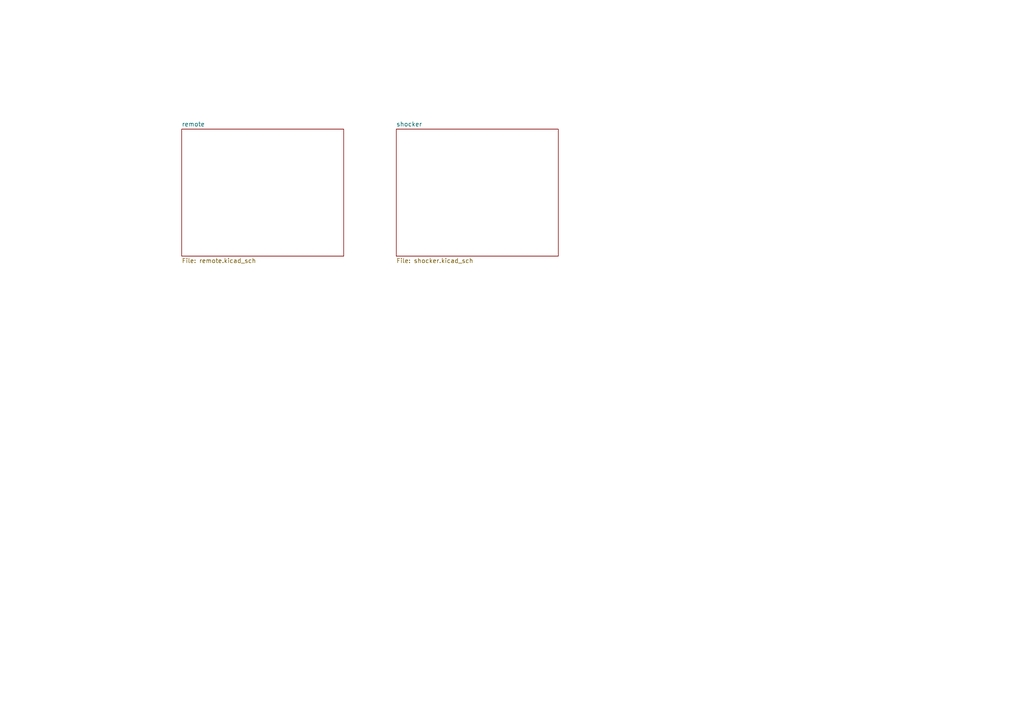
<source format=kicad_sch>
(kicad_sch
	(version 20231120)
	(generator "eeschema")
	(generator_version "8.0")
	(uuid "c1360231-0ff3-4c3f-a7b5-1142b0ed19a4")
	(paper "A4")
	(lib_symbols)
	(sheet
		(at 114.935 37.465)
		(size 46.99 36.83)
		(fields_autoplaced yes)
		(stroke
			(width 0.1524)
			(type solid)
		)
		(fill
			(color 0 0 0 0.0000)
		)
		(uuid "16646a8c-b803-44e2-8c15-74c54d1f7943")
		(property "Sheetname" "shocker"
			(at 114.935 36.7534 0)
			(effects
				(font
					(size 1.27 1.27)
				)
				(justify left bottom)
			)
		)
		(property "Sheetfile" "shocker.kicad_sch"
			(at 114.935 74.8796 0)
			(effects
				(font
					(size 1.27 1.27)
				)
				(justify left top)
			)
		)
		(instances
			(project "caixianlin_remote_shocker"
				(path "/c1360231-0ff3-4c3f-a7b5-1142b0ed19a4"
					(page "3")
				)
			)
		)
	)
	(sheet
		(at 52.705 37.465)
		(size 46.99 36.83)
		(fields_autoplaced yes)
		(stroke
			(width 0.1524)
			(type solid)
		)
		(fill
			(color 0 0 0 0.0000)
		)
		(uuid "cafc6595-d2c1-4387-b9a7-fa92dc84f277")
		(property "Sheetname" "remote"
			(at 52.705 36.7534 0)
			(effects
				(font
					(size 1.27 1.27)
				)
				(justify left bottom)
			)
		)
		(property "Sheetfile" "remote.kicad_sch"
			(at 52.705 74.8796 0)
			(effects
				(font
					(size 1.27 1.27)
				)
				(justify left top)
			)
		)
		(instances
			(project "caixianlin_remote_shocker"
				(path "/c1360231-0ff3-4c3f-a7b5-1142b0ed19a4"
					(page "2")
				)
			)
		)
	)
	(sheet_instances
		(path "/"
			(page "1")
		)
	)
)

</source>
